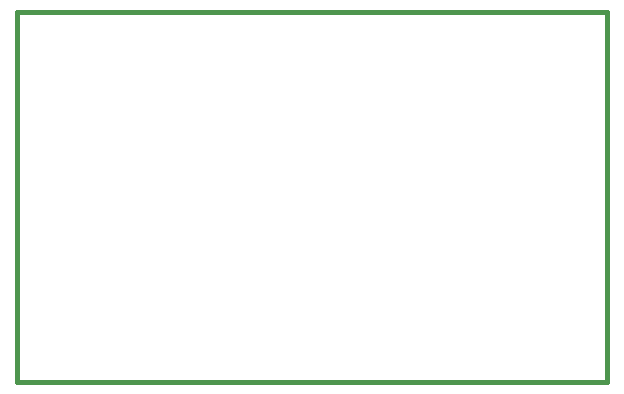
<source format=gko>
%FSLAX25Y25*%
%MOIN*%
G70*
G01*
G75*
%ADD10C,0.01000*%
%ADD11R,0.06693X0.03937*%
%ADD12O,0.08661X0.02362*%
%ADD13R,0.13465X0.04921*%
%ADD14R,0.08661X0.02362*%
%ADD15R,0.01969X0.07087*%
%ADD16O,0.07087X0.11811*%
%ADD17R,0.01969X0.04724*%
%ADD18R,0.06693X0.09843*%
%ADD19R,0.08000X0.06693*%
%ADD20R,0.03937X0.06693*%
%ADD21R,0.05118X0.03937*%
%ADD22R,0.03150X0.03543*%
%ADD23R,0.03543X0.03150*%
%ADD24C,0.04000*%
%ADD25C,0.02000*%
%ADD26C,0.01500*%
%ADD27O,0.07874X0.06693*%
%ADD28C,0.05906*%
%ADD29O,0.07087X0.05906*%
%ADD30R,0.07087X0.05906*%
%ADD31C,0.05000*%
%ADD32C,0.00787*%
%ADD33C,0.00984*%
%ADD34C,0.00600*%
%ADD35C,0.00800*%
%ADD36R,0.07493X0.04737*%
%ADD37O,0.09461X0.03162*%
%ADD38R,0.14265X0.05721*%
%ADD39R,0.09461X0.03162*%
%ADD40R,0.02768X0.07887*%
%ADD41O,0.07887X0.12611*%
%ADD42R,0.02768X0.05524*%
%ADD43R,0.07493X0.10643*%
%ADD44R,0.08800X0.07493*%
%ADD45R,0.04737X0.07493*%
%ADD46R,0.05918X0.04737*%
%ADD47R,0.03950X0.04343*%
%ADD48R,0.04343X0.03950*%
%ADD49O,0.08674X0.07493*%
%ADD50C,0.06706*%
%ADD51O,0.07887X0.06706*%
%ADD52R,0.07887X0.06706*%
%ADD53C,0.05800*%
D26*
X918837Y751881D02*
X1115337D01*
X918837Y875381D02*
X1115337D01*
X918837Y751881D02*
Y875381D01*
X1115337Y751881D02*
Y875381D01*
M02*

</source>
